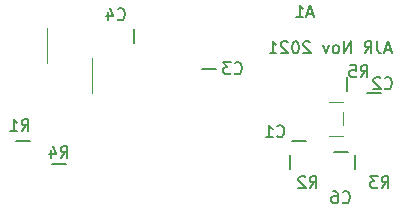
<source format=gbr>
G04 #@! TF.GenerationSoftware,KiCad,Pcbnew,(5.1.5-0-10_14)*
G04 #@! TF.CreationDate,2021-11-24T22:36:38+00:00*
G04 #@! TF.ProjectId,throwie,7468726f-7769-4652-9e6b-696361645f70,rev?*
G04 #@! TF.SameCoordinates,Original*
G04 #@! TF.FileFunction,Legend,Bot*
G04 #@! TF.FilePolarity,Positive*
%FSLAX46Y46*%
G04 Gerber Fmt 4.6, Leading zero omitted, Abs format (unit mm)*
G04 Created by KiCad (PCBNEW (5.1.5-0-10_14)) date 2021-11-24 22:36:38*
%MOMM*%
%LPD*%
G04 APERTURE LIST*
%ADD10C,0.150000*%
%ADD11C,0.120000*%
%ADD12C,0.200000*%
G04 APERTURE END LIST*
D10*
X53783809Y-149010666D02*
X53307619Y-149010666D01*
X53879047Y-149296380D02*
X53545714Y-148296380D01*
X53212380Y-149296380D01*
X52593333Y-148296380D02*
X52593333Y-149010666D01*
X52640952Y-149153523D01*
X52736190Y-149248761D01*
X52879047Y-149296380D01*
X52974285Y-149296380D01*
X51545714Y-149296380D02*
X51879047Y-148820190D01*
X52117142Y-149296380D02*
X52117142Y-148296380D01*
X51736190Y-148296380D01*
X51640952Y-148344000D01*
X51593333Y-148391619D01*
X51545714Y-148486857D01*
X51545714Y-148629714D01*
X51593333Y-148724952D01*
X51640952Y-148772571D01*
X51736190Y-148820190D01*
X52117142Y-148820190D01*
X50355238Y-149296380D02*
X50355238Y-148296380D01*
X49783809Y-149296380D01*
X49783809Y-148296380D01*
X49164761Y-149296380D02*
X49260000Y-149248761D01*
X49307619Y-149201142D01*
X49355238Y-149105904D01*
X49355238Y-148820190D01*
X49307619Y-148724952D01*
X49260000Y-148677333D01*
X49164761Y-148629714D01*
X49021904Y-148629714D01*
X48926666Y-148677333D01*
X48879047Y-148724952D01*
X48831428Y-148820190D01*
X48831428Y-149105904D01*
X48879047Y-149201142D01*
X48926666Y-149248761D01*
X49021904Y-149296380D01*
X49164761Y-149296380D01*
X48498095Y-148629714D02*
X48260000Y-149296380D01*
X48021904Y-148629714D01*
X46926666Y-148391619D02*
X46879047Y-148344000D01*
X46783809Y-148296380D01*
X46545714Y-148296380D01*
X46450476Y-148344000D01*
X46402857Y-148391619D01*
X46355238Y-148486857D01*
X46355238Y-148582095D01*
X46402857Y-148724952D01*
X46974285Y-149296380D01*
X46355238Y-149296380D01*
X45736190Y-148296380D02*
X45640952Y-148296380D01*
X45545714Y-148344000D01*
X45498095Y-148391619D01*
X45450476Y-148486857D01*
X45402857Y-148677333D01*
X45402857Y-148915428D01*
X45450476Y-149105904D01*
X45498095Y-149201142D01*
X45545714Y-149248761D01*
X45640952Y-149296380D01*
X45736190Y-149296380D01*
X45831428Y-149248761D01*
X45879047Y-149201142D01*
X45926666Y-149105904D01*
X45974285Y-148915428D01*
X45974285Y-148677333D01*
X45926666Y-148486857D01*
X45879047Y-148391619D01*
X45831428Y-148344000D01*
X45736190Y-148296380D01*
X45021904Y-148391619D02*
X44974285Y-148344000D01*
X44879047Y-148296380D01*
X44640952Y-148296380D01*
X44545714Y-148344000D01*
X44498095Y-148391619D01*
X44450476Y-148486857D01*
X44450476Y-148582095D01*
X44498095Y-148724952D01*
X45069523Y-149296380D01*
X44450476Y-149296380D01*
X43498095Y-149296380D02*
X44069523Y-149296380D01*
X43783809Y-149296380D02*
X43783809Y-148296380D01*
X43879047Y-148439238D01*
X43974285Y-148534476D01*
X44069523Y-148582095D01*
D11*
X49760000Y-154324000D02*
X49760000Y-155424000D01*
X48560000Y-156324000D02*
X49760000Y-156324000D01*
X48560000Y-153424000D02*
X49760000Y-153424000D01*
D12*
X50076000Y-151292000D02*
X50076000Y-152492000D01*
X25054000Y-158712000D02*
X26254000Y-158712000D01*
X50762000Y-159096000D02*
X50762000Y-157896000D01*
X45198000Y-159096000D02*
X45198000Y-157896000D01*
X22006000Y-156704000D02*
X23206000Y-156704000D01*
D11*
X24622000Y-150156000D02*
X24622000Y-147156000D01*
X28432000Y-152696000D02*
X28432000Y-149696000D01*
D12*
X48930000Y-157696000D02*
X50130000Y-157696000D01*
X32042000Y-147228000D02*
X32042000Y-148428000D01*
X38954000Y-150660000D02*
X37754000Y-150660000D01*
X51724000Y-152640000D02*
X52924000Y-152640000D01*
X46574000Y-156756000D02*
X45374000Y-156756000D01*
D10*
X47196285Y-145962666D02*
X46720095Y-145962666D01*
X47291523Y-146248380D02*
X46958190Y-145248380D01*
X46624857Y-146248380D01*
X45767714Y-146248380D02*
X46339142Y-146248380D01*
X46053428Y-146248380D02*
X46053428Y-145248380D01*
X46148666Y-145391238D01*
X46243904Y-145486476D01*
X46339142Y-145534095D01*
X51220666Y-151328380D02*
X51554000Y-150852190D01*
X51792095Y-151328380D02*
X51792095Y-150328380D01*
X51411142Y-150328380D01*
X51315904Y-150376000D01*
X51268285Y-150423619D01*
X51220666Y-150518857D01*
X51220666Y-150661714D01*
X51268285Y-150756952D01*
X51315904Y-150804571D01*
X51411142Y-150852190D01*
X51792095Y-150852190D01*
X50315904Y-150328380D02*
X50792095Y-150328380D01*
X50839714Y-150804571D01*
X50792095Y-150756952D01*
X50696857Y-150709333D01*
X50458761Y-150709333D01*
X50363523Y-150756952D01*
X50315904Y-150804571D01*
X50268285Y-150899809D01*
X50268285Y-151137904D01*
X50315904Y-151233142D01*
X50363523Y-151280761D01*
X50458761Y-151328380D01*
X50696857Y-151328380D01*
X50792095Y-151280761D01*
X50839714Y-151233142D01*
X25820666Y-158186380D02*
X26154000Y-157710190D01*
X26392095Y-158186380D02*
X26392095Y-157186380D01*
X26011142Y-157186380D01*
X25915904Y-157234000D01*
X25868285Y-157281619D01*
X25820666Y-157376857D01*
X25820666Y-157519714D01*
X25868285Y-157614952D01*
X25915904Y-157662571D01*
X26011142Y-157710190D01*
X26392095Y-157710190D01*
X24963523Y-157519714D02*
X24963523Y-158186380D01*
X25201619Y-157138761D02*
X25439714Y-157853047D01*
X24820666Y-157853047D01*
X52998666Y-160726380D02*
X53332000Y-160250190D01*
X53570095Y-160726380D02*
X53570095Y-159726380D01*
X53189142Y-159726380D01*
X53093904Y-159774000D01*
X53046285Y-159821619D01*
X52998666Y-159916857D01*
X52998666Y-160059714D01*
X53046285Y-160154952D01*
X53093904Y-160202571D01*
X53189142Y-160250190D01*
X53570095Y-160250190D01*
X52665333Y-159726380D02*
X52046285Y-159726380D01*
X52379619Y-160107333D01*
X52236761Y-160107333D01*
X52141523Y-160154952D01*
X52093904Y-160202571D01*
X52046285Y-160297809D01*
X52046285Y-160535904D01*
X52093904Y-160631142D01*
X52141523Y-160678761D01*
X52236761Y-160726380D01*
X52522476Y-160726380D01*
X52617714Y-160678761D01*
X52665333Y-160631142D01*
X46902666Y-160726380D02*
X47236000Y-160250190D01*
X47474095Y-160726380D02*
X47474095Y-159726380D01*
X47093142Y-159726380D01*
X46997904Y-159774000D01*
X46950285Y-159821619D01*
X46902666Y-159916857D01*
X46902666Y-160059714D01*
X46950285Y-160154952D01*
X46997904Y-160202571D01*
X47093142Y-160250190D01*
X47474095Y-160250190D01*
X46521714Y-159821619D02*
X46474095Y-159774000D01*
X46378857Y-159726380D01*
X46140761Y-159726380D01*
X46045523Y-159774000D01*
X45997904Y-159821619D01*
X45950285Y-159916857D01*
X45950285Y-160012095D01*
X45997904Y-160154952D01*
X46569333Y-160726380D01*
X45950285Y-160726380D01*
X22518666Y-155900380D02*
X22852000Y-155424190D01*
X23090095Y-155900380D02*
X23090095Y-154900380D01*
X22709142Y-154900380D01*
X22613904Y-154948000D01*
X22566285Y-154995619D01*
X22518666Y-155090857D01*
X22518666Y-155233714D01*
X22566285Y-155328952D01*
X22613904Y-155376571D01*
X22709142Y-155424190D01*
X23090095Y-155424190D01*
X21566285Y-155900380D02*
X22137714Y-155900380D01*
X21852000Y-155900380D02*
X21852000Y-154900380D01*
X21947238Y-155043238D01*
X22042476Y-155138476D01*
X22137714Y-155186095D01*
X49696666Y-161901142D02*
X49744285Y-161948761D01*
X49887142Y-161996380D01*
X49982380Y-161996380D01*
X50125238Y-161948761D01*
X50220476Y-161853523D01*
X50268095Y-161758285D01*
X50315714Y-161567809D01*
X50315714Y-161424952D01*
X50268095Y-161234476D01*
X50220476Y-161139238D01*
X50125238Y-161044000D01*
X49982380Y-160996380D01*
X49887142Y-160996380D01*
X49744285Y-161044000D01*
X49696666Y-161091619D01*
X48839523Y-160996380D02*
X49030000Y-160996380D01*
X49125238Y-161044000D01*
X49172857Y-161091619D01*
X49268095Y-161234476D01*
X49315714Y-161424952D01*
X49315714Y-161805904D01*
X49268095Y-161901142D01*
X49220476Y-161948761D01*
X49125238Y-161996380D01*
X48934761Y-161996380D01*
X48839523Y-161948761D01*
X48791904Y-161901142D01*
X48744285Y-161805904D01*
X48744285Y-161567809D01*
X48791904Y-161472571D01*
X48839523Y-161424952D01*
X48934761Y-161377333D01*
X49125238Y-161377333D01*
X49220476Y-161424952D01*
X49268095Y-161472571D01*
X49315714Y-161567809D01*
X30646666Y-146407142D02*
X30694285Y-146454761D01*
X30837142Y-146502380D01*
X30932380Y-146502380D01*
X31075238Y-146454761D01*
X31170476Y-146359523D01*
X31218095Y-146264285D01*
X31265714Y-146073809D01*
X31265714Y-145930952D01*
X31218095Y-145740476D01*
X31170476Y-145645238D01*
X31075238Y-145550000D01*
X30932380Y-145502380D01*
X30837142Y-145502380D01*
X30694285Y-145550000D01*
X30646666Y-145597619D01*
X29789523Y-145835714D02*
X29789523Y-146502380D01*
X30027619Y-145454761D02*
X30265714Y-146169047D01*
X29646666Y-146169047D01*
X40552666Y-150979142D02*
X40600285Y-151026761D01*
X40743142Y-151074380D01*
X40838380Y-151074380D01*
X40981238Y-151026761D01*
X41076476Y-150931523D01*
X41124095Y-150836285D01*
X41171714Y-150645809D01*
X41171714Y-150502952D01*
X41124095Y-150312476D01*
X41076476Y-150217238D01*
X40981238Y-150122000D01*
X40838380Y-150074380D01*
X40743142Y-150074380D01*
X40600285Y-150122000D01*
X40552666Y-150169619D01*
X40219333Y-150074380D02*
X39600285Y-150074380D01*
X39933619Y-150455333D01*
X39790761Y-150455333D01*
X39695523Y-150502952D01*
X39647904Y-150550571D01*
X39600285Y-150645809D01*
X39600285Y-150883904D01*
X39647904Y-150979142D01*
X39695523Y-151026761D01*
X39790761Y-151074380D01*
X40076476Y-151074380D01*
X40171714Y-151026761D01*
X40219333Y-150979142D01*
X53252666Y-152249142D02*
X53300285Y-152296761D01*
X53443142Y-152344380D01*
X53538380Y-152344380D01*
X53681238Y-152296761D01*
X53776476Y-152201523D01*
X53824095Y-152106285D01*
X53871714Y-151915809D01*
X53871714Y-151772952D01*
X53824095Y-151582476D01*
X53776476Y-151487238D01*
X53681238Y-151392000D01*
X53538380Y-151344380D01*
X53443142Y-151344380D01*
X53300285Y-151392000D01*
X53252666Y-151439619D01*
X52871714Y-151439619D02*
X52824095Y-151392000D01*
X52728857Y-151344380D01*
X52490761Y-151344380D01*
X52395523Y-151392000D01*
X52347904Y-151439619D01*
X52300285Y-151534857D01*
X52300285Y-151630095D01*
X52347904Y-151772952D01*
X52919333Y-152344380D01*
X52300285Y-152344380D01*
X44140666Y-156313142D02*
X44188285Y-156360761D01*
X44331142Y-156408380D01*
X44426380Y-156408380D01*
X44569238Y-156360761D01*
X44664476Y-156265523D01*
X44712095Y-156170285D01*
X44759714Y-155979809D01*
X44759714Y-155836952D01*
X44712095Y-155646476D01*
X44664476Y-155551238D01*
X44569238Y-155456000D01*
X44426380Y-155408380D01*
X44331142Y-155408380D01*
X44188285Y-155456000D01*
X44140666Y-155503619D01*
X43188285Y-156408380D02*
X43759714Y-156408380D01*
X43474000Y-156408380D02*
X43474000Y-155408380D01*
X43569238Y-155551238D01*
X43664476Y-155646476D01*
X43759714Y-155694095D01*
M02*

</source>
